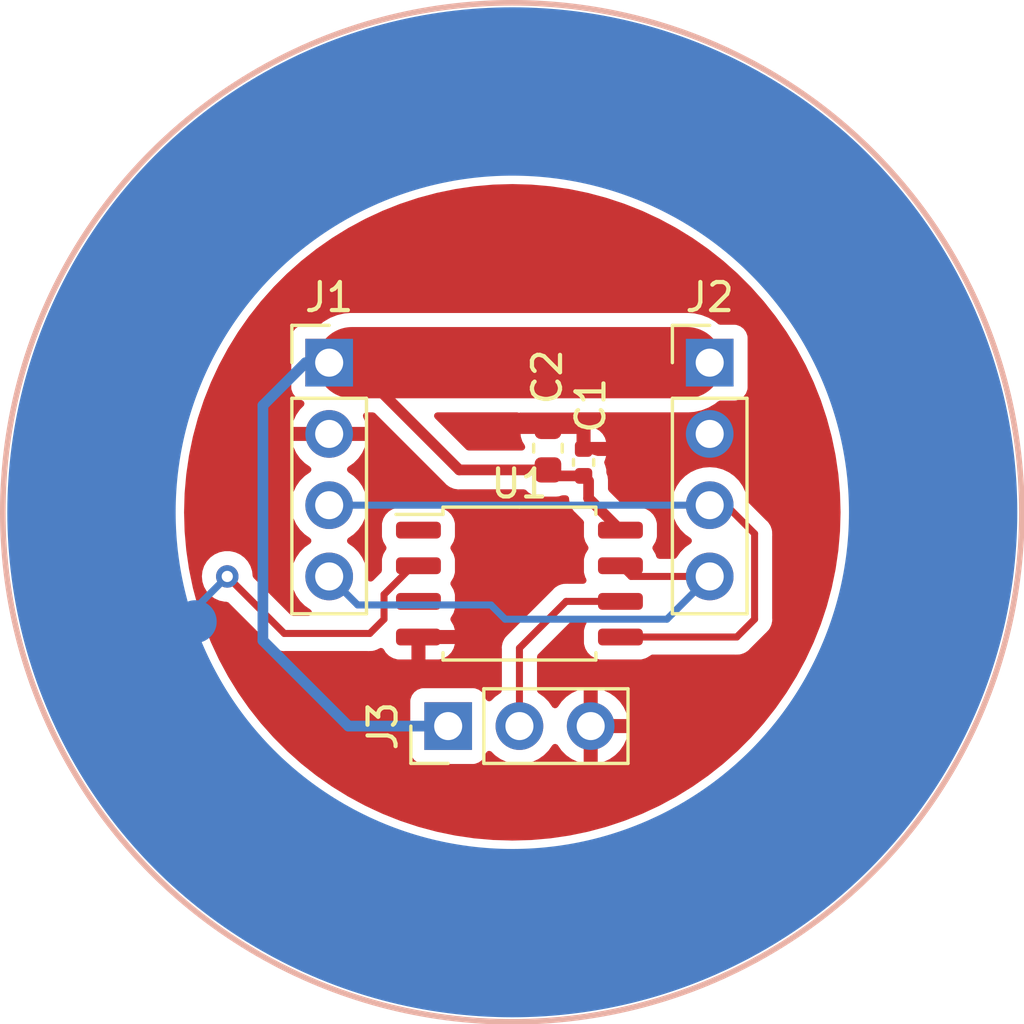
<source format=kicad_pcb>
(kicad_pcb (version 20221018) (generator pcbnew)
  (layers (0 "F.Cu" signal) (31 "B.Cu" signal) (34 "B.Paste" user) (35 "F.Paste" user) (36 "B.SilkS" user "B.Silkscreen") (37 "F.SilkS" user "F.Silkscreen") (38 "B.Mask" user) (39 "F.Mask" user) (44 "Edge.Cuts" user))
  (net 0 "")
  (net 1 "VCC")
  (net 2 "GND")
  (net 3 "/SDA")
  (net 4 "/SCLK")
  (net 5 "Net-(J3-Pin_2)")
  (net 6 "Net-(J4-Pin_1)")
  (footprint "Connector_PinHeader_2.54mm:PinHeader_1x04_P2.54mm_Vertical" (layer "F.Cu") (at 122.5042 91.186)
    (fp_text reference "J1" (at 0 -2.33) (layer "F.SilkS"))
    (fp_text value "Bus In")
    (fp_line (start -1.33 -1.33) (end 0 -1.33) (stroke (width 0.12)) (layer "F.SilkS"))
    (fp_line (start -1.33 0) (end -1.33 -1.33) (stroke (width 0.12)) (layer "F.SilkS"))
    (fp_line (start -1.33 1.27) (end -1.33 8.95) (stroke (width 0.12)) (layer "F.SilkS"))
    (fp_line (start -1.33 1.27) (end 1.33 1.27) (stroke (width 0.12)) (layer "F.SilkS"))
    (fp_line (start -1.33 8.95) (end 1.33 8.95) (stroke (width 0.12)) (layer "F.SilkS"))
    (fp_line (start 1.33 1.27) (end 1.33 8.95) (stroke (width 0.12)) (layer "F.SilkS"))
    (pad "1" thru_hole rect (at 0 0) (size 1.7 1.7) (drill 1) (layers "*.Cu" "*.Mask") (net 1 "VCC"))
    (pad "2" thru_hole oval (at 0 2.54) (size 1.7 1.7) (drill 1) (layers "*.Cu" "*.Mask") (net 2 "GND"))
    (pad "3" thru_hole oval (at 0 5.08) (size 1.7 1.7) (drill 1) (layers "*.Cu" "*.Mask") (net 3 "/SDA"))
    (pad "4" thru_hole oval (at 0 7.62) (size 1.7 1.7) (drill 1) (layers "*.Cu" "*.Mask") (net 4 "/SCLK"))
  )
  (footprint "Connector_PinHeader_2.54mm:PinHeader_1x04_P2.54mm_Vertical" (layer "F.Cu") (at 136.0678 91.186)
    (fp_text reference "J2" (at 0 -2.33) (layer "F.SilkS"))
    (fp_text value "Bus Out")
    (fp_line (start -1.33 -1.33) (end 0 -1.33) (stroke (width 0.12)) (layer "F.SilkS"))
    (fp_line (start -1.33 0) (end -1.33 -1.33) (stroke (width 0.12)) (layer "F.SilkS"))
    (fp_line (start -1.33 1.27) (end -1.33 8.95) (stroke (width 0.12)) (layer "F.SilkS"))
    (fp_line (start -1.33 1.27) (end 1.33 1.27) (stroke (width 0.12)) (layer "F.SilkS"))
    (fp_line (start -1.33 8.95) (end 1.33 8.95) (stroke (width 0.12)) (layer "F.SilkS"))
    (fp_line (start 1.33 1.27) (end 1.33 8.95) (stroke (width 0.12)) (layer "F.SilkS"))
    (pad "1" thru_hole rect (at 0 0) (size 1.7 1.7) (drill 1) (layers "*.Cu" "*.Mask") (net 1 "VCC"))
    (pad "2" thru_hole oval (at 0 2.54) (size 1.7 1.7) (drill 1) (layers "*.Cu" "*.Mask") (net 2 "GND"))
    (pad "3" thru_hole oval (at 0 5.08) (size 1.7 1.7) (drill 1) (layers "*.Cu" "*.Mask") (net 3 "/SDA"))
    (pad "4" thru_hole oval (at 0 7.62) (size 1.7 1.7) (drill 1) (layers "*.Cu" "*.Mask") (net 4 "/SCLK"))
  )
  (footprint "Package_SO:SOIC-8_5.23x5.23mm_P1.27mm" (layer "F.Cu") (at 129.286 99.06)
    (fp_text reference "U1" (at 0 -3.56) (layer "F.SilkS"))
    (fp_text value "ATTINY85-20SU")
    (fp_line (start -2.725 -2.725) (end -2.725 -2.465) (stroke (width 0.12)) (layer "F.SilkS"))
    (fp_line (start -2.725 -2.465) (end -4.4 -2.465) (stroke (width 0.12)) (layer "F.SilkS"))
    (fp_line (start -2.725 2.725) (end -2.725 2.465) (stroke (width 0.12)) (layer "F.SilkS"))
    (fp_line (start 0 -2.725) (end -2.725 -2.725) (stroke (width 0.12)) (layer "F.SilkS"))
    (fp_line (start 0 -2.725) (end 2.725 -2.725) (stroke (width 0.12)) (layer "F.SilkS"))
    (fp_line (start 0 2.725) (end -2.725 2.725) (stroke (width 0.12)) (layer "F.SilkS"))
    (fp_line (start 0 2.725) (end 2.725 2.725) (stroke (width 0.12)) (layer "F.SilkS"))
    (fp_line (start 2.725 -2.725) (end 2.725 -2.465) (stroke (width 0.12)) (layer "F.SilkS"))
    (fp_line (start 2.725 2.725) (end 2.725 2.465) (stroke (width 0.12)) (layer "F.SilkS"))
    (pad "1" smd roundrect (at -3.6 -1.905) (size 1.6 0.6) (layers "F.Cu" "F.Paste" "F.Mask"))
    (pad "2" smd roundrect (at -3.6 -0.635) (size 1.6 0.6) (layers "F.Cu" "F.Paste" "F.Mask") (net 6 "Net-(J4-Pin_1)"))
    (pad "3" smd roundrect (at -3.6 0.635) (size 1.6 0.6) (layers "F.Cu" "F.Paste" "F.Mask"))
    (pad "4" smd roundrect (at -3.6 1.905) (size 1.6 0.6) (layers "F.Cu" "F.Paste" "F.Mask") (net 2 "GND"))
    (pad "5" smd roundrect (at 3.6 1.905) (size 1.6 0.6) (layers "F.Cu" "F.Paste" "F.Mask") (net 3 "/SDA"))
    (pad "6" smd roundrect (at 3.6 0.635) (size 1.6 0.6) (layers "F.Cu" "F.Paste" "F.Mask") (net 5 "Net-(J3-Pin_2)"))
    (pad "7" smd roundrect (at 3.6 -0.635) (size 1.6 0.6) (layers "F.Cu" "F.Paste" "F.Mask") (net 4 "/SCLK"))
    (pad "8" smd roundrect (at 3.6 -1.905) (size 1.6 0.6) (layers "F.Cu" "F.Paste" "F.Mask") (net 1 "VCC"))
  )
  (footprint "Capacitor_SMD:C_0603_1608Metric" (layer "F.Cu") (at 130.302 94.234 90)
    (fp_text reference "C2" (at 2.54 -0.025 90) (layer "F.SilkS"))
    (fp_text value "0.1uF")
    (fp_line (start -0.14058 -0.51) (end 0.14058 -0.51) (stroke (width 0.12)) (layer "F.SilkS"))
    (fp_line (start -0.14058 0.51) (end 0.14058 0.51) (stroke (width 0.12)) (layer "F.SilkS"))
    (pad "1" smd roundrect (at -0.775 0 90) (size 0.9 0.95) (layers "F.Cu" "F.Paste" "F.Mask") (net 1 "VCC"))
    (pad "2" smd roundrect (at 0.775 0 90) (size 0.9 0.95) (layers "F.Cu" "F.Paste" "F.Mask") (net 2 "GND"))
  )
  (footprint "Connector_PinHeader_2.54mm:PinHeader_1x03_P2.54mm_Vertical" (layer "F.Cu") (at 126.746 104.14 90)
    (fp_text reference "J3" (at 0 -2.33 90) (layer "F.SilkS"))
    (fp_text value "LEDs")
    (fp_line (start -1.33 -1.33) (end 0 -1.33) (stroke (width 0.12)) (layer "F.SilkS"))
    (fp_line (start -1.33 0) (end -1.33 -1.33) (stroke (width 0.12)) (layer "F.SilkS"))
    (fp_line (start -1.33 1.27) (end -1.33 6.41) (stroke (width 0.12)) (layer "F.SilkS"))
    (fp_line (start -1.33 1.27) (end 1.33 1.27) (stroke (width 0.12)) (layer "F.SilkS"))
    (fp_line (start -1.33 6.41) (end 1.33 6.41) (stroke (width 0.12)) (layer "F.SilkS"))
    (fp_line (start 1.33 1.27) (end 1.33 6.41) (stroke (width 0.12)) (layer "F.SilkS"))
    (pad "1" thru_hole rect (at 0 0 90) (size 1.7 1.7) (drill 1) (layers "*.Cu" "*.Mask") (net 1 "VCC"))
    (pad "2" thru_hole oval (at 0 2.54 90) (size 1.7 1.7) (drill 1) (layers "*.Cu" "*.Mask") (net 5 "Net-(J3-Pin_2)"))
    (pad "3" thru_hole oval (at 0 5.08 90) (size 1.7 1.7) (drill 1) (layers "*.Cu" "*.Mask") (net 2 "GND"))
  )
  (footprint "Capacitor_SMD:C_0402_1005Metric" (layer "F.Cu") (at 131.572 94.742 90)
    (fp_text reference "C1" (at 2.032 0.254 90) (layer "F.SilkS"))
    (fp_text value "1uF")
    (fp_line (start -0.107836 -0.36) (end 0.107836 -0.36) (stroke (width 0.12)) (layer "F.SilkS"))
    (fp_line (start -0.107836 0.36) (end 0.107836 0.36) (stroke (width 0.12)) (layer "F.SilkS"))
    (pad "1" smd roundrect (at -0.48 0 90) (size 0.56 0.62) (layers "F.Cu" "F.Paste" "F.Mask") (net 1 "VCC"))
    (pad "2" smd roundrect (at 0.48 0 90) (size 0.56 0.62) (layers "F.Cu" "F.Paste" "F.Mask") (net 2 "GND"))
  )
  (footprint "TestPoint:TestPoint_Pad_1.0x1.0mm" (layer "B.Cu") (at 129.032 96.52 180)
    (fp_text reference "J4" hide)
    (fp_text value "Antenna" hide)
    (fp_circle (center 0 0) (end 15 0) (stroke (width 6)) (fill none) (layer "B.Cu"))
    (fp_circle (center 0 0) (end 18.161 0) (stroke (width 0.2)) (fill none) (layer "B.SilkS"))
    (pad "1" smd circle (at 11.298691 -3.895307 180) (size 1.524 1.524) (layers "B.Cu" "B.Paste" "B.Mask") (net 6 "Net-(J4-Pin_1)"))
  )
  (gr_circle (center 129.032 96.52) (end 147.193 96.52) (stroke (width 0.000025)) (fill none) (layer "Edge.Cuts"))
  (segment (start 131.572 95.222) (end 130.515 95.222) (width 0.381) (layer "F.Cu") (net 1))
  (segment (start 123.317 91.186) (end 135.255 91.186) (width 2.54) (layer "F.Cu") (net 1))
  (segment (start 131.751 95.401) (end 131.572 95.222) (width 0.25) (layer "F.Cu") (net 1))
  (segment (start 130.515 95.222) (end 130.302 95.009) (width 0.25) (layer "F.Cu") (net 1))
  (segment (start 131.751 96.02) (end 131.751 95.401) (width 0.381) (layer "F.Cu") (net 1))
  (segment (start 132.886 97.155) (end 131.751 96.02) (width 0.381) (layer "F.Cu") (net 1))
  (segment (start 130.302 95.009) (end 127.14 95.009) (width 0.381) (layer "F.Cu") (net 1))
  (segment (start 127.14 95.009) (end 123.317 91.186) (width 0.381) (layer "F.Cu") (net 1))
  (segment (start 122.5042 91.186) (end 121.666 91.186) (width 0.381) (layer "B.Cu") (net 1))
  (segment (start 121.666 91.186) (end 120.142 92.71) (width 0.381) (layer "B.Cu") (net 1))
  (segment (start 120.142 92.71) (end 120.142 101.092) (width 0.381) (layer "B.Cu") (net 1))
  (segment (start 120.142 101.092) (end 123.19 104.14) (width 0.381) (layer "B.Cu") (net 1))
  (segment (start 123.19 104.14) (end 126.746 104.14) (width 0.381) (layer "B.Cu") (net 1))
  (segment (start 137.668 97.282) (end 137.668 100.33) (width 0.25) (layer "F.Cu") (net 3))
  (segment (start 137.033 100.965) (end 132.886 100.965) (width 0.25) (layer "F.Cu") (net 3))
  (segment (start 137.668 100.33) (end 137.033 100.965) (width 0.25) (layer "F.Cu") (net 3))
  (segment (start 136.0678 96.266) (end 136.652 96.266) (width 0.25) (layer "F.Cu") (net 3))
  (segment (start 136.652 96.266) (end 137.668 97.282) (width 0.25) (layer "F.Cu") (net 3))
  (segment (start 122.5042 96.266) (end 136.0678 96.266) (width 0.25) (layer "B.Cu") (net 3))
  (segment (start 133.267 98.806) (end 132.886 98.425) (width 0.25) (layer "F.Cu") (net 4))
  (segment (start 135.255 98.806) (end 133.267 98.806) (width 0.25) (layer "F.Cu") (net 4))
  (segment (start 122.5042 98.806) (end 123.5202 99.822) (width 0.25) (layer "B.Cu") (net 4))
  (segment (start 128.778 100.33) (end 134.5438 100.33) (width 0.25) (layer "B.Cu") (net 4))
  (segment (start 123.5202 99.822) (end 128.27 99.822) (width 0.25) (layer "B.Cu") (net 4))
  (segment (start 128.27 99.822) (end 128.778 100.33) (width 0.25) (layer "B.Cu") (net 4))
  (segment (start 134.5438 100.33) (end 136.0678 98.806) (width 0.25) (layer "B.Cu") (net 4))
  (segment (start 132.886 99.695) (end 130.951 99.695) (width 0.25) (layer "F.Cu") (net 5))
  (segment (start 130.951 99.695) (end 129.286 101.36) (width 0.25) (layer "F.Cu") (net 5))
  (segment (start 129.286 101.36) (end 129.286 104.14) (width 0.25) (layer "F.Cu") (net 5))
  (segment (start 118.872 98.806) (end 120.904 100.838) (width 0.25) (layer "F.Cu") (net 6))
  (segment (start 125.484248 98.425) (end 125.686 98.425) (width 0.25) (layer "F.Cu") (net 6))
  (segment (start 124.46 100.33) (end 124.46 99.449248) (width 0.25) (layer "F.Cu") (net 6))
  (segment (start 120.904 100.838) (end 123.952 100.838) (width 0.25) (layer "F.Cu") (net 6))
  (segment (start 123.952 100.838) (end 124.46 100.33) (width 0.25) (layer "F.Cu") (net 6))
  (segment (start 124.46 99.449248) (end 125.484248 98.425) (width 0.25) (layer "F.Cu") (net 6))
  (via (at 118.872 98.806) (size 0.8) (drill 0.4) (layers "F.Cu" "B.Cu") (net 6))
  (segment (start 117.906383 100.047955) (end 118.000952 100.323425) (width 0.25) (layer "B.Cu") (net 6))
  (segment (start 117.844046 99.833954) (end 117.906383 100.047955) (width 0.25) (layer "B.Cu") (net 6))
  (segment (start 118.872 98.806) (end 117.844046 99.833954) (width 0.25) (layer "B.Cu") (net 6))
  (zone (net 2) (net_name "GND") (layer "F.Cu") (priority 1) (connect_pads (clearance 0.5)) (min_thickness 0.25) (fill yes (thermal_gap 0.5) (thermal_bridge_width 0.5))
    (polygon (pts (xy 140.732553 96.52) (xy 140.712758 95.839673) (xy 140.653438 95.161649) (xy 140.554795 94.48822) (xy 140.417163 93.821667) (xy 140.241007 93.164244) (xy 140.026923 92.518175) (xy 139.775636 91.885648) (xy 139.487996 91.268801) (xy 139.164976 90.669724) (xy 138.807669 90.090441) (xy 138.417285 89.532914) (xy 137.995144 88.99903) (xy 137.542674 88.490593) (xy 137.061407 88.009326) (xy 136.55297 87.556856) (xy 136.019086 87.134715) (xy 135.461559 86.744331) (xy 134.882276 86.387024) (xy 134.283199 86.064004) (xy 133.666352 85.776364) (xy 133.033825 85.525077) (xy 132.387756 85.310993) (xy 131.730333 85.134837) (xy 131.06378 84.997205) (xy 130.390351 84.898562) (xy 129.712327 84.839242) (xy 129.032 84.819447) (xy 128.351673 84.839242) (xy 127.673649 84.898562) (xy 127.00022 84.997205) (xy 126.333667 85.134837) (xy 125.676244 85.310993) (xy 125.030175 85.525077) (xy 124.397648 85.776364) (xy 123.780801 86.064004) (xy 123.181724 86.387024) (xy 122.602441 86.744331) (xy 122.044914 87.134715) (xy 121.51103 87.556856) (xy 121.002593 88.009326) (xy 120.521326 88.490593) (xy 120.068856 88.99903) (xy 119.646715 89.532914) (xy 119.256331 90.090441) (xy 118.899024 90.669724) (xy 118.576004 91.268801) (xy 118.288364 91.885648) (xy 118.037077 92.518175) (xy 117.822993 93.164244) (xy 117.646837 93.821667) (xy 117.509205 94.48822) (xy 117.410562 95.161649) (xy 117.351242 95.839673) (xy 117.331447 96.52) (xy 117.351242 97.200327) (xy 117.410562 97.878351) (xy 117.509205 98.55178) (xy 117.646837 99.218333) (xy 117.822993 99.875756) (xy 118.037077 100.521825) (xy 118.288364 101.154352) (xy 118.576004 101.771199) (xy 118.899024 102.370277) (xy 119.256331 102.949559) (xy 119.646715 103.507086) (xy 120.068856 104.04097) (xy 120.521326 104.549407) (xy 121.002593 105.030674) (xy 121.51103 105.483144) (xy 122.044914 105.905285) (xy 122.602441 106.295669) (xy 123.181724 106.652976) (xy 123.780801 106.975996) (xy 124.397648 107.263636) (xy 125.030175 107.514923) (xy 125.676244 107.729007) (xy 126.333667 107.905163) (xy 127.00022 108.042795) (xy 127.673649 108.141438) (xy 128.351673 108.200758) (xy 129.032 108.220553) (xy 129.712327 108.200758) (xy 130.390351 108.141438) (xy 131.06378 108.042795) (xy 131.730333 107.905163) (xy 132.387756 107.729007) (xy 133.033825 107.514923) (xy 133.666352 107.263636) (xy 134.283199 106.975996) (xy 134.882277 106.652976) (xy 135.461559 106.295669) (xy 136.019086 105.905285) (xy 136.55297 105.483144) (xy 137.061407 105.030674) (xy 137.542674 104.549407) (xy 137.995144 104.04097) (xy 138.417285 103.507086) (xy 138.807669 102.949559) (xy 139.164976 102.370277) (xy 139.487996 101.771199) (xy 139.775636 101.154352) (xy 140.026923 100.521825) (xy 140.241007 99.875756) (xy 140.417163 99.218333) (xy 140.554795 98.55178) (xy 140.653438 97.878351) (xy 140.712758 97.200327)))
  )
  (zone (net 2) (net_name "GND") (layer "F.Cu") (priority 1) (connect_pads yes (clearance 0.5)) (min_thickness 0.25) (fill yes (thermal_gap 0.5) (thermal_bridge_width 0.5))
    (polygon (pts (xy 129.286 92.964) (xy 129.794 92.964) (xy 131.572 92.964) (xy 131.572 93.726) (xy 129.286 93.726)))
  )
)
</source>
